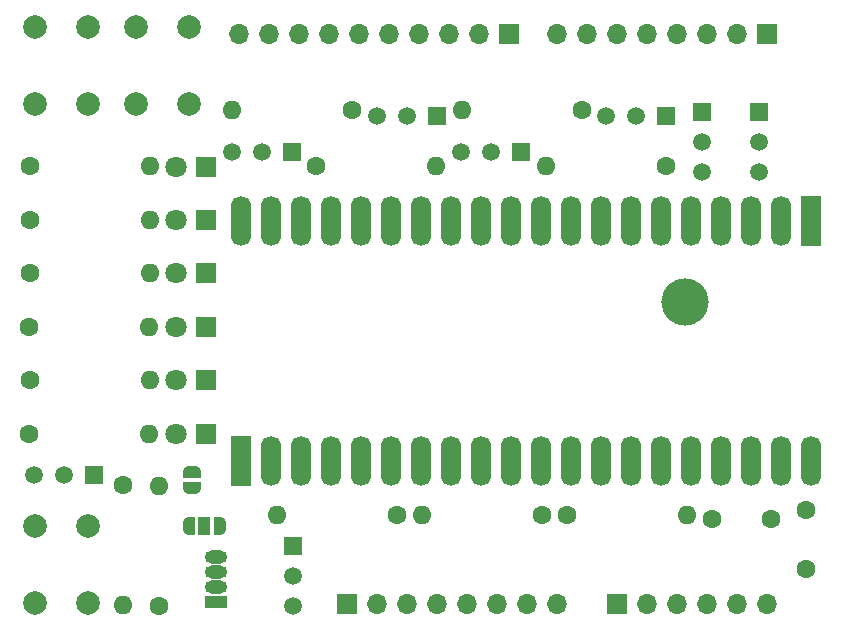
<source format=gbr>
%TF.GenerationSoftware,KiCad,Pcbnew,7.0.7*%
%TF.CreationDate,2023-09-12T10:17:07+02:00*%
%TF.ProjectId,Pico_Adapter,5069636f-5f41-4646-9170-7465722e6b69,V1.0*%
%TF.SameCoordinates,Original*%
%TF.FileFunction,Soldermask,Top*%
%TF.FilePolarity,Negative*%
%FSLAX46Y46*%
G04 Gerber Fmt 4.6, Leading zero omitted, Abs format (unit mm)*
G04 Created by KiCad (PCBNEW 7.0.7) date 2023-09-12 10:17:07*
%MOMM*%
%LPD*%
G01*
G04 APERTURE LIST*
G04 Aperture macros list*
%AMFreePoly0*
4,1,19,0.550000,-0.750000,0.000000,-0.750000,0.000000,-0.744911,-0.071157,-0.744911,-0.207708,-0.704816,-0.327430,-0.627875,-0.420627,-0.520320,-0.479746,-0.390866,-0.500000,-0.250000,-0.500000,0.250000,-0.479746,0.390866,-0.420627,0.520320,-0.327430,0.627875,-0.207708,0.704816,-0.071157,0.744911,0.000000,0.744911,0.000000,0.750000,0.550000,0.750000,0.550000,-0.750000,0.550000,-0.750000,
$1*%
%AMFreePoly1*
4,1,19,0.000000,0.744911,0.071157,0.744911,0.207708,0.704816,0.327430,0.627875,0.420627,0.520320,0.479746,0.390866,0.500000,0.250000,0.500000,-0.250000,0.479746,-0.390866,0.420627,-0.520320,0.327430,-0.627875,0.207708,-0.704816,0.071157,-0.744911,0.000000,-0.744911,0.000000,-0.750000,-0.550000,-0.750000,-0.550000,0.750000,0.000000,0.750000,0.000000,0.744911,0.000000,0.744911,
$1*%
%AMFreePoly2*
4,1,19,0.500000,-0.750000,0.000000,-0.750000,0.000000,-0.744911,-0.071157,-0.744911,-0.207708,-0.704816,-0.327430,-0.627875,-0.420627,-0.520320,-0.479746,-0.390866,-0.500000,-0.250000,-0.500000,0.250000,-0.479746,0.390866,-0.420627,0.520320,-0.327430,0.627875,-0.207708,0.704816,-0.071157,0.744911,0.000000,0.744911,0.000000,0.750000,0.500000,0.750000,0.500000,-0.750000,0.500000,-0.750000,
$1*%
%AMFreePoly3*
4,1,19,0.000000,0.744911,0.071157,0.744911,0.207708,0.704816,0.327430,0.627875,0.420627,0.520320,0.479746,0.390866,0.500000,0.250000,0.500000,-0.250000,0.479746,-0.390866,0.420627,-0.520320,0.327430,-0.627875,0.207708,-0.704816,0.071157,-0.744911,0.000000,-0.744911,0.000000,-0.750000,-0.500000,-0.750000,-0.500000,0.750000,0.000000,0.750000,0.000000,0.744911,0.000000,0.744911,
$1*%
G04 Aperture macros list end*
%ADD10R,1.900000X1.140000*%
%ADD11O,1.900000X1.140000*%
%ADD12R,1.500000X1.500000*%
%ADD13C,1.500000*%
%ADD14R,1.800000X1.800000*%
%ADD15C,1.800000*%
%ADD16R,1.700000X1.700000*%
%ADD17O,1.700000X1.700000*%
%ADD18C,1.600000*%
%ADD19O,1.600000X1.600000*%
%ADD20R,1.700000X4.240000*%
%ADD21C,1.700000*%
%ADD22O,1.700000X4.240000*%
%ADD23C,2.000000*%
%ADD24FreePoly0,180.000000*%
%ADD25R,1.000000X1.500000*%
%ADD26FreePoly1,180.000000*%
%ADD27C,4.000000*%
%ADD28FreePoly2,90.000000*%
%ADD29FreePoly3,90.000000*%
G04 APERTURE END LIST*
D10*
%TO.C,P1*%
X95886000Y-155604400D03*
D11*
X95886000Y-154334400D03*
X95886000Y-153064400D03*
X95886000Y-151794400D03*
%TD*%
D12*
%TO.C,B1*%
X102433800Y-150825200D03*
D13*
X102433800Y-153365200D03*
X102433800Y-155905200D03*
%TD*%
D12*
%TO.C,Q5*%
X121768600Y-117504400D03*
D13*
X119228600Y-117504400D03*
X116688600Y-117504400D03*
%TD*%
D14*
%TO.C,P5*%
X95052800Y-127791400D03*
D15*
X92512800Y-127791400D03*
%TD*%
D16*
%TO.C,X5*%
X129869600Y-155769400D03*
D17*
X132409600Y-155769400D03*
X134949600Y-155769400D03*
X137489600Y-155769400D03*
X140029600Y-155769400D03*
X142569600Y-155769400D03*
%TD*%
D18*
%TO.C,R3*%
X123521200Y-148238400D03*
D19*
X113361200Y-148238400D03*
%TD*%
D12*
%TO.C,Q1*%
X85573600Y-144885600D03*
D13*
X83033600Y-144885600D03*
X80493600Y-144885600D03*
%TD*%
D18*
%TO.C,R13*%
X80138000Y-118723600D03*
D19*
X90298000Y-118723600D03*
%TD*%
D18*
%TO.C,R9*%
X91109800Y-155905200D03*
D19*
X91109800Y-145745200D03*
%TD*%
D16*
%TO.C,X2*%
X98018600Y-144931900D03*
D20*
X98018600Y-143661900D03*
D16*
X98018600Y-142391900D03*
D21*
X100558600Y-144931900D03*
D22*
X100558600Y-143661900D03*
D21*
X100558600Y-142391900D03*
X103098600Y-144931900D03*
D22*
X103098600Y-143661900D03*
D21*
X103098600Y-142391900D03*
X105638600Y-144931900D03*
D22*
X105638600Y-143661900D03*
D21*
X105638600Y-142391900D03*
X108178600Y-144931900D03*
D22*
X108178600Y-143661900D03*
D21*
X108178600Y-142391900D03*
X110718600Y-144931900D03*
D22*
X110718600Y-143661900D03*
D21*
X110718600Y-142391900D03*
X113258600Y-144931900D03*
D22*
X113258600Y-143661900D03*
D21*
X113258600Y-142391900D03*
X115798600Y-144931900D03*
D22*
X115798600Y-143661900D03*
D21*
X115798600Y-142391900D03*
X118338600Y-144931900D03*
D22*
X118338600Y-143661900D03*
D21*
X118338600Y-142391900D03*
X120878600Y-144931900D03*
D22*
X120878600Y-143661900D03*
D21*
X120878600Y-142391900D03*
X123418600Y-144931900D03*
D22*
X123418600Y-143661900D03*
D21*
X123418600Y-142391900D03*
X125958600Y-144931900D03*
D22*
X125958600Y-143661900D03*
D21*
X125958600Y-142391900D03*
X128498600Y-144931900D03*
D22*
X128498600Y-143661900D03*
D21*
X128498600Y-142391900D03*
X131038600Y-144931900D03*
D22*
X131038600Y-143661900D03*
D21*
X131038600Y-142391900D03*
X133578600Y-144931900D03*
D22*
X133578600Y-143661900D03*
D21*
X133578600Y-142391900D03*
X136118600Y-144931900D03*
D22*
X136118600Y-143661900D03*
D21*
X136118600Y-142391900D03*
X138658600Y-144931900D03*
D22*
X138658600Y-143661900D03*
D21*
X138658600Y-142391900D03*
X141198600Y-144931900D03*
D22*
X141198600Y-143661900D03*
D21*
X141198600Y-142391900D03*
X143738600Y-144931900D03*
D22*
X143738600Y-143661900D03*
D21*
X143738600Y-142391900D03*
X146278600Y-144931900D03*
D22*
X146278600Y-143661900D03*
D21*
X146278600Y-142391900D03*
%TD*%
D14*
%TO.C,P4*%
X95047800Y-132312600D03*
D15*
X92507800Y-132312600D03*
%TD*%
D14*
%TO.C,P6*%
X95052800Y-123270200D03*
D15*
X92512800Y-123270200D03*
%TD*%
D18*
%TO.C,C2*%
X145846800Y-152802600D03*
X145846800Y-147802600D03*
%TD*%
D23*
%TO.C,SW2*%
X89114800Y-113439200D03*
X89114800Y-106939200D03*
X93614800Y-113439200D03*
X93614800Y-106939200D03*
%TD*%
D18*
%TO.C,R14*%
X80133000Y-132312600D03*
D19*
X90293000Y-132312600D03*
%TD*%
D18*
%TO.C,R10*%
X80133000Y-141355000D03*
D19*
X90293000Y-141355000D03*
%TD*%
D18*
%TO.C,R11*%
X80138000Y-127791400D03*
D19*
X90298000Y-127791400D03*
%TD*%
D18*
%TO.C,R7*%
X111253000Y-148238400D03*
D19*
X101093000Y-148238400D03*
%TD*%
D18*
%TO.C,R2*%
X125654800Y-148238400D03*
D19*
X135814800Y-148238400D03*
%TD*%
D18*
%TO.C,R1*%
X107468400Y-113948400D03*
D19*
X97308400Y-113948400D03*
%TD*%
D14*
%TO.C,P7*%
X95052800Y-118749000D03*
D15*
X92512800Y-118749000D03*
%TD*%
D14*
%TO.C,P2*%
X95047800Y-141355000D03*
D15*
X92507800Y-141355000D03*
%TD*%
D16*
%TO.C,X6*%
X120727800Y-107518400D03*
D17*
X118187800Y-107518400D03*
X115647800Y-107518400D03*
X113107800Y-107518400D03*
X110567800Y-107518400D03*
X108027800Y-107518400D03*
X105487800Y-107518400D03*
X102947800Y-107518400D03*
X100407800Y-107518400D03*
X97867800Y-107518400D03*
%TD*%
D24*
%TO.C,JP1*%
X96224400Y-149199600D03*
D25*
X94924400Y-149199600D03*
D26*
X93624400Y-149199600D03*
%TD*%
D16*
%TO.C,X3*%
X107010600Y-155769400D03*
D17*
X109550600Y-155769400D03*
X112090600Y-155769400D03*
X114630600Y-155769400D03*
X117170600Y-155769400D03*
X119710600Y-155769400D03*
X122250600Y-155769400D03*
X124790600Y-155769400D03*
%TD*%
D27*
%TO.C,U1*%
X135648000Y-130202400D03*
%TD*%
D18*
%TO.C,R4*%
X134011400Y-118723600D03*
D19*
X123851400Y-118723600D03*
%TD*%
D12*
%TO.C,Q7*%
X102337600Y-117500000D03*
D13*
X99797600Y-117500000D03*
X97257600Y-117500000D03*
%TD*%
D23*
%TO.C,SW1*%
X85080400Y-149154000D03*
X85080400Y-155654000D03*
X80580400Y-149154000D03*
X80580400Y-155654000D03*
%TD*%
D18*
%TO.C,R12*%
X80138000Y-136833800D03*
D19*
X90298000Y-136833800D03*
%TD*%
D16*
%TO.C,X1*%
X146278600Y-122072400D03*
D20*
X146278600Y-123342400D03*
D16*
X146278600Y-124612400D03*
D21*
X143738600Y-122072400D03*
D22*
X143738600Y-123342400D03*
D21*
X143738600Y-124612400D03*
X141198600Y-122072400D03*
D22*
X141198600Y-123342400D03*
D21*
X141198600Y-124612400D03*
X138658600Y-122072400D03*
D22*
X138658600Y-123342400D03*
D21*
X138658600Y-124612400D03*
X136118600Y-122072400D03*
D22*
X136118600Y-123342400D03*
D21*
X136118600Y-124612400D03*
X133578600Y-122072400D03*
D22*
X133578600Y-123342400D03*
D21*
X133578600Y-124612400D03*
X131038600Y-122072400D03*
D22*
X131038600Y-123342400D03*
D21*
X131038600Y-124612400D03*
X128498600Y-122072400D03*
D22*
X128498600Y-123342400D03*
D21*
X128498600Y-124612400D03*
X125958600Y-122072400D03*
D22*
X125958600Y-123342400D03*
D21*
X125958600Y-124612400D03*
X123418600Y-122072400D03*
D22*
X123418600Y-123342400D03*
D21*
X123418600Y-124612400D03*
X120878600Y-122072400D03*
D22*
X120878600Y-123342400D03*
D21*
X120878600Y-124612400D03*
X118338600Y-122072400D03*
D22*
X118338600Y-123342400D03*
D21*
X118338600Y-124612400D03*
X115798600Y-122072400D03*
D22*
X115798600Y-123342400D03*
D21*
X115798600Y-124612400D03*
X113258600Y-122072400D03*
D22*
X113258600Y-123342400D03*
D21*
X113258600Y-124612400D03*
X110718600Y-122072400D03*
D22*
X110718600Y-123342400D03*
D21*
X110718600Y-124612400D03*
X108178600Y-122072400D03*
D22*
X108178600Y-123342400D03*
D21*
X108178600Y-124612400D03*
X105638600Y-122072400D03*
D22*
X105638600Y-123342400D03*
D21*
X105638600Y-124612400D03*
X103098600Y-122072400D03*
D22*
X103098600Y-123342400D03*
D21*
X103098600Y-124612400D03*
X100558600Y-122072400D03*
D22*
X100558600Y-123342400D03*
D21*
X100558600Y-124612400D03*
X98018600Y-122072400D03*
D22*
X98018600Y-123342400D03*
D21*
X98018600Y-124612400D03*
%TD*%
D18*
%TO.C,R6*%
X104420400Y-118723600D03*
D19*
X114580400Y-118723600D03*
%TD*%
D12*
%TO.C,Q4*%
X134062200Y-114452000D03*
D13*
X131522200Y-114452000D03*
X128982200Y-114452000D03*
%TD*%
D18*
%TO.C,R15*%
X80138000Y-123270200D03*
D19*
X90298000Y-123270200D03*
%TD*%
D28*
%TO.C,JP2*%
X93878400Y-145927600D03*
D29*
X93878400Y-144627600D03*
%TD*%
D18*
%TO.C,C1*%
X137922000Y-148590000D03*
X142922000Y-148590000D03*
%TD*%
D12*
%TO.C,Q6*%
X114656600Y-114456400D03*
D13*
X112116600Y-114456400D03*
X109576600Y-114456400D03*
%TD*%
D12*
%TO.C,Q3*%
X137110200Y-114151600D03*
D13*
X137110200Y-116691600D03*
X137110200Y-119231600D03*
%TD*%
D18*
%TO.C,R8*%
X88087200Y-145719800D03*
D19*
X88087200Y-155879800D03*
%TD*%
D16*
%TO.C,X4*%
X142569600Y-107518400D03*
D17*
X140029600Y-107518400D03*
X137489600Y-107518400D03*
X134949600Y-107518400D03*
X132409600Y-107518400D03*
X129869600Y-107518400D03*
X127329600Y-107518400D03*
X124789600Y-107518400D03*
%TD*%
D14*
%TO.C,P3*%
X95052800Y-136833800D03*
D15*
X92512800Y-136833800D03*
%TD*%
D23*
%TO.C,SW3*%
X80580400Y-113413800D03*
X80580400Y-106913800D03*
X85080400Y-113413800D03*
X85080400Y-106913800D03*
%TD*%
D18*
%TO.C,R5*%
X126899400Y-113948400D03*
D19*
X116739400Y-113948400D03*
%TD*%
D12*
%TO.C,Q2*%
X141885400Y-114151600D03*
D13*
X141885400Y-116691600D03*
X141885400Y-119231600D03*
%TD*%
M02*

</source>
